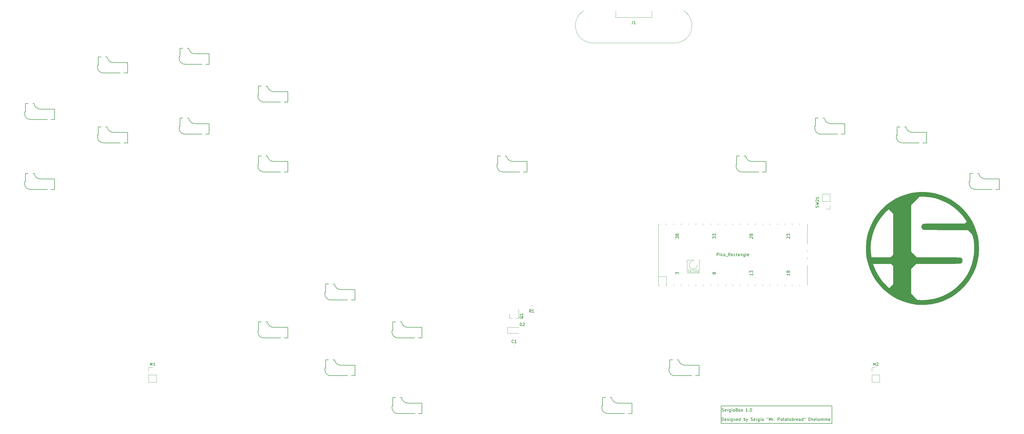
<source format=gbr>
%TF.GenerationSoftware,KiCad,Pcbnew,(6.0.0)*%
%TF.CreationDate,2022-09-18T23:58:15-04:00*%
%TF.ProjectId,SergioPico,53657267-696f-4506-9963-6f2e6b696361,rev?*%
%TF.SameCoordinates,Original*%
%TF.FileFunction,Legend,Top*%
%TF.FilePolarity,Positive*%
%FSLAX46Y46*%
G04 Gerber Fmt 4.6, Leading zero omitted, Abs format (unit mm)*
G04 Created by KiCad (PCBNEW (6.0.0)) date 2022-09-18 23:58:15*
%MOMM*%
%LPD*%
G01*
G04 APERTURE LIST*
%ADD10C,0.150000*%
%ADD11C,0.100000*%
%ADD12C,0.120000*%
G04 APERTURE END LIST*
D10*
X271000000Y-172000000D02*
X309000000Y-172000000D01*
X309000000Y-172000000D02*
X309000000Y-178000000D01*
X309000000Y-178000000D02*
X271000000Y-178000000D01*
X271000000Y-178000000D02*
X271000000Y-172000000D01*
X271287976Y-173794761D02*
X271430833Y-173842380D01*
X271668928Y-173842380D01*
X271764166Y-173794761D01*
X271811785Y-173747142D01*
X271859404Y-173651904D01*
X271859404Y-173556666D01*
X271811785Y-173461428D01*
X271764166Y-173413809D01*
X271668928Y-173366190D01*
X271478452Y-173318571D01*
X271383214Y-173270952D01*
X271335595Y-173223333D01*
X271287976Y-173128095D01*
X271287976Y-173032857D01*
X271335595Y-172937619D01*
X271383214Y-172890000D01*
X271478452Y-172842380D01*
X271716547Y-172842380D01*
X271859404Y-172890000D01*
X272668928Y-173794761D02*
X272573690Y-173842380D01*
X272383214Y-173842380D01*
X272287976Y-173794761D01*
X272240357Y-173699523D01*
X272240357Y-173318571D01*
X272287976Y-173223333D01*
X272383214Y-173175714D01*
X272573690Y-173175714D01*
X272668928Y-173223333D01*
X272716547Y-173318571D01*
X272716547Y-173413809D01*
X272240357Y-173509047D01*
X273145119Y-173842380D02*
X273145119Y-173175714D01*
X273145119Y-173366190D02*
X273192738Y-173270952D01*
X273240357Y-173223333D01*
X273335595Y-173175714D01*
X273430833Y-173175714D01*
X274192738Y-173175714D02*
X274192738Y-173985238D01*
X274145119Y-174080476D01*
X274097500Y-174128095D01*
X274002261Y-174175714D01*
X273859404Y-174175714D01*
X273764166Y-174128095D01*
X274192738Y-173794761D02*
X274097500Y-173842380D01*
X273907023Y-173842380D01*
X273811785Y-173794761D01*
X273764166Y-173747142D01*
X273716547Y-173651904D01*
X273716547Y-173366190D01*
X273764166Y-173270952D01*
X273811785Y-173223333D01*
X273907023Y-173175714D01*
X274097500Y-173175714D01*
X274192738Y-173223333D01*
X274668928Y-173842380D02*
X274668928Y-173175714D01*
X274668928Y-172842380D02*
X274621309Y-172890000D01*
X274668928Y-172937619D01*
X274716547Y-172890000D01*
X274668928Y-172842380D01*
X274668928Y-172937619D01*
X275287976Y-173842380D02*
X275192738Y-173794761D01*
X275145119Y-173747142D01*
X275097500Y-173651904D01*
X275097500Y-173366190D01*
X275145119Y-173270952D01*
X275192738Y-173223333D01*
X275287976Y-173175714D01*
X275430833Y-173175714D01*
X275526071Y-173223333D01*
X275573690Y-173270952D01*
X275621309Y-173366190D01*
X275621309Y-173651904D01*
X275573690Y-173747142D01*
X275526071Y-173794761D01*
X275430833Y-173842380D01*
X275287976Y-173842380D01*
X276383214Y-173318571D02*
X276526071Y-173366190D01*
X276573690Y-173413809D01*
X276621309Y-173509047D01*
X276621309Y-173651904D01*
X276573690Y-173747142D01*
X276526071Y-173794761D01*
X276430833Y-173842380D01*
X276049880Y-173842380D01*
X276049880Y-172842380D01*
X276383214Y-172842380D01*
X276478452Y-172890000D01*
X276526071Y-172937619D01*
X276573690Y-173032857D01*
X276573690Y-173128095D01*
X276526071Y-173223333D01*
X276478452Y-173270952D01*
X276383214Y-173318571D01*
X276049880Y-173318571D01*
X277192738Y-173842380D02*
X277097500Y-173794761D01*
X277049880Y-173747142D01*
X277002261Y-173651904D01*
X277002261Y-173366190D01*
X277049880Y-173270952D01*
X277097500Y-173223333D01*
X277192738Y-173175714D01*
X277335595Y-173175714D01*
X277430833Y-173223333D01*
X277478452Y-173270952D01*
X277526071Y-173366190D01*
X277526071Y-173651904D01*
X277478452Y-173747142D01*
X277430833Y-173794761D01*
X277335595Y-173842380D01*
X277192738Y-173842380D01*
X277859404Y-173842380D02*
X278383214Y-173175714D01*
X277859404Y-173175714D02*
X278383214Y-173842380D01*
X280049880Y-173842380D02*
X279478452Y-173842380D01*
X279764166Y-173842380D02*
X279764166Y-172842380D01*
X279668928Y-172985238D01*
X279573690Y-173080476D01*
X279478452Y-173128095D01*
X280478452Y-173747142D02*
X280526071Y-173794761D01*
X280478452Y-173842380D01*
X280430833Y-173794761D01*
X280478452Y-173747142D01*
X280478452Y-173842380D01*
X281145119Y-172842380D02*
X281240357Y-172842380D01*
X281335595Y-172890000D01*
X281383214Y-172937619D01*
X281430833Y-173032857D01*
X281478452Y-173223333D01*
X281478452Y-173461428D01*
X281430833Y-173651904D01*
X281383214Y-173747142D01*
X281335595Y-173794761D01*
X281240357Y-173842380D01*
X281145119Y-173842380D01*
X281049880Y-173794761D01*
X281002261Y-173747142D01*
X280954642Y-173651904D01*
X280907023Y-173461428D01*
X280907023Y-173223333D01*
X280954642Y-173032857D01*
X281002261Y-172937619D01*
X281049880Y-172890000D01*
X281145119Y-172842380D01*
X271335595Y-177062380D02*
X271335595Y-176062380D01*
X271573690Y-176062380D01*
X271716547Y-176110000D01*
X271811785Y-176205238D01*
X271859404Y-176300476D01*
X271907023Y-176490952D01*
X271907023Y-176633809D01*
X271859404Y-176824285D01*
X271811785Y-176919523D01*
X271716547Y-177014761D01*
X271573690Y-177062380D01*
X271335595Y-177062380D01*
X272716547Y-177014761D02*
X272621309Y-177062380D01*
X272430833Y-177062380D01*
X272335595Y-177014761D01*
X272287976Y-176919523D01*
X272287976Y-176538571D01*
X272335595Y-176443333D01*
X272430833Y-176395714D01*
X272621309Y-176395714D01*
X272716547Y-176443333D01*
X272764166Y-176538571D01*
X272764166Y-176633809D01*
X272287976Y-176729047D01*
X273145119Y-177014761D02*
X273240357Y-177062380D01*
X273430833Y-177062380D01*
X273526071Y-177014761D01*
X273573690Y-176919523D01*
X273573690Y-176871904D01*
X273526071Y-176776666D01*
X273430833Y-176729047D01*
X273287976Y-176729047D01*
X273192738Y-176681428D01*
X273145119Y-176586190D01*
X273145119Y-176538571D01*
X273192738Y-176443333D01*
X273287976Y-176395714D01*
X273430833Y-176395714D01*
X273526071Y-176443333D01*
X274002261Y-177062380D02*
X274002261Y-176395714D01*
X274002261Y-176062380D02*
X273954642Y-176110000D01*
X274002261Y-176157619D01*
X274049880Y-176110000D01*
X274002261Y-176062380D01*
X274002261Y-176157619D01*
X274907023Y-176395714D02*
X274907023Y-177205238D01*
X274859404Y-177300476D01*
X274811785Y-177348095D01*
X274716547Y-177395714D01*
X274573690Y-177395714D01*
X274478452Y-177348095D01*
X274907023Y-177014761D02*
X274811785Y-177062380D01*
X274621309Y-177062380D01*
X274526071Y-177014761D01*
X274478452Y-176967142D01*
X274430833Y-176871904D01*
X274430833Y-176586190D01*
X274478452Y-176490952D01*
X274526071Y-176443333D01*
X274621309Y-176395714D01*
X274811785Y-176395714D01*
X274907023Y-176443333D01*
X275383214Y-176395714D02*
X275383214Y-177062380D01*
X275383214Y-176490952D02*
X275430833Y-176443333D01*
X275526071Y-176395714D01*
X275668928Y-176395714D01*
X275764166Y-176443333D01*
X275811785Y-176538571D01*
X275811785Y-177062380D01*
X276668928Y-177014761D02*
X276573690Y-177062380D01*
X276383214Y-177062380D01*
X276287976Y-177014761D01*
X276240357Y-176919523D01*
X276240357Y-176538571D01*
X276287976Y-176443333D01*
X276383214Y-176395714D01*
X276573690Y-176395714D01*
X276668928Y-176443333D01*
X276716547Y-176538571D01*
X276716547Y-176633809D01*
X276240357Y-176729047D01*
X277573690Y-177062380D02*
X277573690Y-176062380D01*
X277573690Y-177014761D02*
X277478452Y-177062380D01*
X277287976Y-177062380D01*
X277192738Y-177014761D01*
X277145119Y-176967142D01*
X277097500Y-176871904D01*
X277097500Y-176586190D01*
X277145119Y-176490952D01*
X277192738Y-176443333D01*
X277287976Y-176395714D01*
X277478452Y-176395714D01*
X277573690Y-176443333D01*
X278811785Y-177062380D02*
X278811785Y-176062380D01*
X278811785Y-176443333D02*
X278907023Y-176395714D01*
X279097500Y-176395714D01*
X279192738Y-176443333D01*
X279240357Y-176490952D01*
X279287976Y-176586190D01*
X279287976Y-176871904D01*
X279240357Y-176967142D01*
X279192738Y-177014761D01*
X279097500Y-177062380D01*
X278907023Y-177062380D01*
X278811785Y-177014761D01*
X279621309Y-176395714D02*
X279859404Y-177062380D01*
X280097500Y-176395714D02*
X279859404Y-177062380D01*
X279764166Y-177300476D01*
X279716547Y-177348095D01*
X279621309Y-177395714D01*
X281192738Y-177014761D02*
X281335595Y-177062380D01*
X281573690Y-177062380D01*
X281668928Y-177014761D01*
X281716547Y-176967142D01*
X281764166Y-176871904D01*
X281764166Y-176776666D01*
X281716547Y-176681428D01*
X281668928Y-176633809D01*
X281573690Y-176586190D01*
X281383214Y-176538571D01*
X281287976Y-176490952D01*
X281240357Y-176443333D01*
X281192738Y-176348095D01*
X281192738Y-176252857D01*
X281240357Y-176157619D01*
X281287976Y-176110000D01*
X281383214Y-176062380D01*
X281621309Y-176062380D01*
X281764166Y-176110000D01*
X282573690Y-177014761D02*
X282478452Y-177062380D01*
X282287976Y-177062380D01*
X282192738Y-177014761D01*
X282145119Y-176919523D01*
X282145119Y-176538571D01*
X282192738Y-176443333D01*
X282287976Y-176395714D01*
X282478452Y-176395714D01*
X282573690Y-176443333D01*
X282621309Y-176538571D01*
X282621309Y-176633809D01*
X282145119Y-176729047D01*
X283049880Y-177062380D02*
X283049880Y-176395714D01*
X283049880Y-176586190D02*
X283097500Y-176490952D01*
X283145119Y-176443333D01*
X283240357Y-176395714D01*
X283335595Y-176395714D01*
X284097500Y-176395714D02*
X284097500Y-177205238D01*
X284049880Y-177300476D01*
X284002261Y-177348095D01*
X283907023Y-177395714D01*
X283764166Y-177395714D01*
X283668928Y-177348095D01*
X284097500Y-177014761D02*
X284002261Y-177062380D01*
X283811785Y-177062380D01*
X283716547Y-177014761D01*
X283668928Y-176967142D01*
X283621309Y-176871904D01*
X283621309Y-176586190D01*
X283668928Y-176490952D01*
X283716547Y-176443333D01*
X283811785Y-176395714D01*
X284002261Y-176395714D01*
X284097500Y-176443333D01*
X284573690Y-177062380D02*
X284573690Y-176395714D01*
X284573690Y-176062380D02*
X284526071Y-176110000D01*
X284573690Y-176157619D01*
X284621309Y-176110000D01*
X284573690Y-176062380D01*
X284573690Y-176157619D01*
X285192738Y-177062380D02*
X285097500Y-177014761D01*
X285049880Y-176967142D01*
X285002261Y-176871904D01*
X285002261Y-176586190D01*
X285049880Y-176490952D01*
X285097500Y-176443333D01*
X285192738Y-176395714D01*
X285335595Y-176395714D01*
X285430833Y-176443333D01*
X285478452Y-176490952D01*
X285526071Y-176586190D01*
X285526071Y-176871904D01*
X285478452Y-176967142D01*
X285430833Y-177014761D01*
X285335595Y-177062380D01*
X285192738Y-177062380D01*
X286668928Y-176062380D02*
X286668928Y-176252857D01*
X287049880Y-176062380D02*
X287049880Y-176252857D01*
X287478452Y-177062380D02*
X287478452Y-176062380D01*
X287811785Y-176776666D01*
X288145119Y-176062380D01*
X288145119Y-177062380D01*
X288621309Y-177062380D02*
X288621309Y-176395714D01*
X288621309Y-176586190D02*
X288668928Y-176490952D01*
X288716547Y-176443333D01*
X288811785Y-176395714D01*
X288907023Y-176395714D01*
X289240357Y-176967142D02*
X289287976Y-177014761D01*
X289240357Y-177062380D01*
X289192738Y-177014761D01*
X289240357Y-176967142D01*
X289240357Y-177062380D01*
X290478452Y-177062380D02*
X290478452Y-176062380D01*
X290859404Y-176062380D01*
X290954642Y-176110000D01*
X291002261Y-176157619D01*
X291049880Y-176252857D01*
X291049880Y-176395714D01*
X291002261Y-176490952D01*
X290954642Y-176538571D01*
X290859404Y-176586190D01*
X290478452Y-176586190D01*
X291621309Y-177062380D02*
X291526071Y-177014761D01*
X291478452Y-176967142D01*
X291430833Y-176871904D01*
X291430833Y-176586190D01*
X291478452Y-176490952D01*
X291526071Y-176443333D01*
X291621309Y-176395714D01*
X291764166Y-176395714D01*
X291859404Y-176443333D01*
X291907023Y-176490952D01*
X291954642Y-176586190D01*
X291954642Y-176871904D01*
X291907023Y-176967142D01*
X291859404Y-177014761D01*
X291764166Y-177062380D01*
X291621309Y-177062380D01*
X292240357Y-176395714D02*
X292621309Y-176395714D01*
X292383214Y-176062380D02*
X292383214Y-176919523D01*
X292430833Y-177014761D01*
X292526071Y-177062380D01*
X292621309Y-177062380D01*
X293383214Y-177062380D02*
X293383214Y-176538571D01*
X293335595Y-176443333D01*
X293240357Y-176395714D01*
X293049880Y-176395714D01*
X292954642Y-176443333D01*
X293383214Y-177014761D02*
X293287976Y-177062380D01*
X293049880Y-177062380D01*
X292954642Y-177014761D01*
X292907023Y-176919523D01*
X292907023Y-176824285D01*
X292954642Y-176729047D01*
X293049880Y-176681428D01*
X293287976Y-176681428D01*
X293383214Y-176633809D01*
X293716547Y-176395714D02*
X294097500Y-176395714D01*
X293859404Y-176062380D02*
X293859404Y-176919523D01*
X293907023Y-177014761D01*
X294002261Y-177062380D01*
X294097500Y-177062380D01*
X294573690Y-177062380D02*
X294478452Y-177014761D01*
X294430833Y-176967142D01*
X294383214Y-176871904D01*
X294383214Y-176586190D01*
X294430833Y-176490952D01*
X294478452Y-176443333D01*
X294573690Y-176395714D01*
X294716547Y-176395714D01*
X294811785Y-176443333D01*
X294859404Y-176490952D01*
X294907023Y-176586190D01*
X294907023Y-176871904D01*
X294859404Y-176967142D01*
X294811785Y-177014761D01*
X294716547Y-177062380D01*
X294573690Y-177062380D01*
X295335595Y-177062380D02*
X295335595Y-176062380D01*
X295335595Y-176443333D02*
X295430833Y-176395714D01*
X295621309Y-176395714D01*
X295716547Y-176443333D01*
X295764166Y-176490952D01*
X295811785Y-176586190D01*
X295811785Y-176871904D01*
X295764166Y-176967142D01*
X295716547Y-177014761D01*
X295621309Y-177062380D01*
X295430833Y-177062380D01*
X295335595Y-177014761D01*
X296240357Y-177062380D02*
X296240357Y-176395714D01*
X296240357Y-176586190D02*
X296287976Y-176490952D01*
X296335595Y-176443333D01*
X296430833Y-176395714D01*
X296526071Y-176395714D01*
X297240357Y-177014761D02*
X297145119Y-177062380D01*
X296954642Y-177062380D01*
X296859404Y-177014761D01*
X296811785Y-176919523D01*
X296811785Y-176538571D01*
X296859404Y-176443333D01*
X296954642Y-176395714D01*
X297145119Y-176395714D01*
X297240357Y-176443333D01*
X297287976Y-176538571D01*
X297287976Y-176633809D01*
X296811785Y-176729047D01*
X298145119Y-177062380D02*
X298145119Y-176538571D01*
X298097500Y-176443333D01*
X298002261Y-176395714D01*
X297811785Y-176395714D01*
X297716547Y-176443333D01*
X298145119Y-177014761D02*
X298049880Y-177062380D01*
X297811785Y-177062380D01*
X297716547Y-177014761D01*
X297668928Y-176919523D01*
X297668928Y-176824285D01*
X297716547Y-176729047D01*
X297811785Y-176681428D01*
X298049880Y-176681428D01*
X298145119Y-176633809D01*
X299049880Y-177062380D02*
X299049880Y-176062380D01*
X299049880Y-177014761D02*
X298954642Y-177062380D01*
X298764166Y-177062380D01*
X298668928Y-177014761D01*
X298621309Y-176967142D01*
X298573690Y-176871904D01*
X298573690Y-176586190D01*
X298621309Y-176490952D01*
X298668928Y-176443333D01*
X298764166Y-176395714D01*
X298954642Y-176395714D01*
X299049880Y-176443333D01*
X299478452Y-176062380D02*
X299478452Y-176252857D01*
X299859404Y-176062380D02*
X299859404Y-176252857D01*
X301049880Y-177062380D02*
X301049880Y-176062380D01*
X301287976Y-176062380D01*
X301430833Y-176110000D01*
X301526071Y-176205238D01*
X301573690Y-176300476D01*
X301621309Y-176490952D01*
X301621309Y-176633809D01*
X301573690Y-176824285D01*
X301526071Y-176919523D01*
X301430833Y-177014761D01*
X301287976Y-177062380D01*
X301049880Y-177062380D01*
X302049880Y-177062380D02*
X302049880Y-176062380D01*
X302478452Y-177062380D02*
X302478452Y-176538571D01*
X302430833Y-176443333D01*
X302335595Y-176395714D01*
X302192738Y-176395714D01*
X302097500Y-176443333D01*
X302049880Y-176490952D01*
X303335595Y-177014761D02*
X303240357Y-177062380D01*
X303049880Y-177062380D01*
X302954642Y-177014761D01*
X302907023Y-176919523D01*
X302907023Y-176538571D01*
X302954642Y-176443333D01*
X303049880Y-176395714D01*
X303240357Y-176395714D01*
X303335595Y-176443333D01*
X303383214Y-176538571D01*
X303383214Y-176633809D01*
X302907023Y-176729047D01*
X303954642Y-177062380D02*
X303859404Y-177014761D01*
X303811785Y-176919523D01*
X303811785Y-176062380D01*
X304478452Y-177062380D02*
X304383214Y-177014761D01*
X304335595Y-176967142D01*
X304287976Y-176871904D01*
X304287976Y-176586190D01*
X304335595Y-176490952D01*
X304383214Y-176443333D01*
X304478452Y-176395714D01*
X304621309Y-176395714D01*
X304716547Y-176443333D01*
X304764166Y-176490952D01*
X304811785Y-176586190D01*
X304811785Y-176871904D01*
X304764166Y-176967142D01*
X304716547Y-177014761D01*
X304621309Y-177062380D01*
X304478452Y-177062380D01*
X305240357Y-177062380D02*
X305240357Y-176395714D01*
X305240357Y-176490952D02*
X305287976Y-176443333D01*
X305383214Y-176395714D01*
X305526071Y-176395714D01*
X305621309Y-176443333D01*
X305668928Y-176538571D01*
X305668928Y-177062380D01*
X305668928Y-176538571D02*
X305716547Y-176443333D01*
X305811785Y-176395714D01*
X305954642Y-176395714D01*
X306049880Y-176443333D01*
X306097500Y-176538571D01*
X306097500Y-177062380D01*
X306573690Y-177062380D02*
X306573690Y-176395714D01*
X306573690Y-176490952D02*
X306621309Y-176443333D01*
X306716547Y-176395714D01*
X306859404Y-176395714D01*
X306954642Y-176443333D01*
X307002261Y-176538571D01*
X307002261Y-177062380D01*
X307002261Y-176538571D02*
X307049880Y-176443333D01*
X307145119Y-176395714D01*
X307287976Y-176395714D01*
X307383214Y-176443333D01*
X307430833Y-176538571D01*
X307430833Y-177062380D01*
X308287976Y-177014761D02*
X308192738Y-177062380D01*
X308002261Y-177062380D01*
X307907023Y-177014761D01*
X307859404Y-176919523D01*
X307859404Y-176538571D01*
X307907023Y-176443333D01*
X308002261Y-176395714D01*
X308192738Y-176395714D01*
X308287976Y-176443333D01*
X308335595Y-176538571D01*
X308335595Y-176633809D01*
X307859404Y-176729047D01*
%TO.C,C1*%
X199833333Y-150197142D02*
X199785714Y-150244761D01*
X199642857Y-150292380D01*
X199547619Y-150292380D01*
X199404761Y-150244761D01*
X199309523Y-150149523D01*
X199261904Y-150054285D01*
X199214285Y-149863809D01*
X199214285Y-149720952D01*
X199261904Y-149530476D01*
X199309523Y-149435238D01*
X199404761Y-149340000D01*
X199547619Y-149292380D01*
X199642857Y-149292380D01*
X199785714Y-149340000D01*
X199833333Y-149387619D01*
X200785714Y-150292380D02*
X200214285Y-150292380D01*
X200500000Y-150292380D02*
X200500000Y-149292380D01*
X200404761Y-149435238D01*
X200309523Y-149530476D01*
X200214285Y-149578095D01*
%TO.C,M2*%
X323190476Y-158122380D02*
X323190476Y-157122380D01*
X323523809Y-157836666D01*
X323857142Y-157122380D01*
X323857142Y-158122380D01*
X324285714Y-157217619D02*
X324333333Y-157170000D01*
X324428571Y-157122380D01*
X324666666Y-157122380D01*
X324761904Y-157170000D01*
X324809523Y-157217619D01*
X324857142Y-157312857D01*
X324857142Y-157408095D01*
X324809523Y-157550952D01*
X324238095Y-158122380D01*
X324857142Y-158122380D01*
%TO.C,U1*%
X269547619Y-120452380D02*
X269547619Y-119452380D01*
X269928571Y-119452380D01*
X270023809Y-119500000D01*
X270071428Y-119547619D01*
X270119047Y-119642857D01*
X270119047Y-119785714D01*
X270071428Y-119880952D01*
X270023809Y-119928571D01*
X269928571Y-119976190D01*
X269547619Y-119976190D01*
X270547619Y-120452380D02*
X270547619Y-119785714D01*
X270547619Y-119452380D02*
X270500000Y-119500000D01*
X270547619Y-119547619D01*
X270595238Y-119500000D01*
X270547619Y-119452380D01*
X270547619Y-119547619D01*
X271452380Y-120404761D02*
X271357142Y-120452380D01*
X271166666Y-120452380D01*
X271071428Y-120404761D01*
X271023809Y-120357142D01*
X270976190Y-120261904D01*
X270976190Y-119976190D01*
X271023809Y-119880952D01*
X271071428Y-119833333D01*
X271166666Y-119785714D01*
X271357142Y-119785714D01*
X271452380Y-119833333D01*
X272023809Y-120452380D02*
X271928571Y-120404761D01*
X271880952Y-120357142D01*
X271833333Y-120261904D01*
X271833333Y-119976190D01*
X271880952Y-119880952D01*
X271928571Y-119833333D01*
X272023809Y-119785714D01*
X272166666Y-119785714D01*
X272261904Y-119833333D01*
X272309523Y-119880952D01*
X272357142Y-119976190D01*
X272357142Y-120261904D01*
X272309523Y-120357142D01*
X272261904Y-120404761D01*
X272166666Y-120452380D01*
X272023809Y-120452380D01*
X272547619Y-120547619D02*
X273309523Y-120547619D01*
X274119047Y-120452380D02*
X273785714Y-119976190D01*
X273547619Y-120452380D02*
X273547619Y-119452380D01*
X273928571Y-119452380D01*
X274023809Y-119500000D01*
X274071428Y-119547619D01*
X274119047Y-119642857D01*
X274119047Y-119785714D01*
X274071428Y-119880952D01*
X274023809Y-119928571D01*
X273928571Y-119976190D01*
X273547619Y-119976190D01*
X274928571Y-120404761D02*
X274833333Y-120452380D01*
X274642857Y-120452380D01*
X274547619Y-120404761D01*
X274500000Y-120309523D01*
X274500000Y-119928571D01*
X274547619Y-119833333D01*
X274642857Y-119785714D01*
X274833333Y-119785714D01*
X274928571Y-119833333D01*
X274976190Y-119928571D01*
X274976190Y-120023809D01*
X274500000Y-120119047D01*
X275833333Y-120404761D02*
X275738095Y-120452380D01*
X275547619Y-120452380D01*
X275452380Y-120404761D01*
X275404761Y-120357142D01*
X275357142Y-120261904D01*
X275357142Y-119976190D01*
X275404761Y-119880952D01*
X275452380Y-119833333D01*
X275547619Y-119785714D01*
X275738095Y-119785714D01*
X275833333Y-119833333D01*
X276119047Y-119785714D02*
X276500000Y-119785714D01*
X276261904Y-119452380D02*
X276261904Y-120309523D01*
X276309523Y-120404761D01*
X276404761Y-120452380D01*
X276500000Y-120452380D01*
X277261904Y-120452380D02*
X277261904Y-119928571D01*
X277214285Y-119833333D01*
X277119047Y-119785714D01*
X276928571Y-119785714D01*
X276833333Y-119833333D01*
X277261904Y-120404761D02*
X277166666Y-120452380D01*
X276928571Y-120452380D01*
X276833333Y-120404761D01*
X276785714Y-120309523D01*
X276785714Y-120214285D01*
X276833333Y-120119047D01*
X276928571Y-120071428D01*
X277166666Y-120071428D01*
X277261904Y-120023809D01*
X277738095Y-119785714D02*
X277738095Y-120452380D01*
X277738095Y-119880952D02*
X277785714Y-119833333D01*
X277880952Y-119785714D01*
X278023809Y-119785714D01*
X278119047Y-119833333D01*
X278166666Y-119928571D01*
X278166666Y-120452380D01*
X279071428Y-119785714D02*
X279071428Y-120595238D01*
X279023809Y-120690476D01*
X278976190Y-120738095D01*
X278880952Y-120785714D01*
X278738095Y-120785714D01*
X278642857Y-120738095D01*
X279071428Y-120404761D02*
X278976190Y-120452380D01*
X278785714Y-120452380D01*
X278690476Y-120404761D01*
X278642857Y-120357142D01*
X278595238Y-120261904D01*
X278595238Y-119976190D01*
X278642857Y-119880952D01*
X278690476Y-119833333D01*
X278785714Y-119785714D01*
X278976190Y-119785714D01*
X279071428Y-119833333D01*
X279690476Y-120452380D02*
X279595238Y-120404761D01*
X279547619Y-120309523D01*
X279547619Y-119452380D01*
X280452380Y-120404761D02*
X280357142Y-120452380D01*
X280166666Y-120452380D01*
X280071428Y-120404761D01*
X280023809Y-120309523D01*
X280023809Y-119928571D01*
X280071428Y-119833333D01*
X280166666Y-119785714D01*
X280357142Y-119785714D01*
X280452380Y-119833333D01*
X280500000Y-119928571D01*
X280500000Y-120023809D01*
X280023809Y-120119047D01*
X268102380Y-114459523D02*
X268102380Y-113840476D01*
X268483333Y-114173809D01*
X268483333Y-114030952D01*
X268530952Y-113935714D01*
X268578571Y-113888095D01*
X268673809Y-113840476D01*
X268911904Y-113840476D01*
X269007142Y-113888095D01*
X269054761Y-113935714D01*
X269102380Y-114030952D01*
X269102380Y-114316666D01*
X269054761Y-114411904D01*
X269007142Y-114459523D01*
X268102380Y-113507142D02*
X268102380Y-112888095D01*
X268483333Y-113221428D01*
X268483333Y-113078571D01*
X268530952Y-112983333D01*
X268578571Y-112935714D01*
X268673809Y-112888095D01*
X268911904Y-112888095D01*
X269007142Y-112935714D01*
X269054761Y-112983333D01*
X269102380Y-113078571D01*
X269102380Y-113364285D01*
X269054761Y-113459523D01*
X269007142Y-113507142D01*
X281802380Y-126540476D02*
X281802380Y-127111904D01*
X281802380Y-126826190D02*
X280802380Y-126826190D01*
X280945238Y-126921428D01*
X281040476Y-127016666D01*
X281088095Y-127111904D01*
X280802380Y-126207142D02*
X280802380Y-125588095D01*
X281183333Y-125921428D01*
X281183333Y-125778571D01*
X281230952Y-125683333D01*
X281278571Y-125635714D01*
X281373809Y-125588095D01*
X281611904Y-125588095D01*
X281707142Y-125635714D01*
X281754761Y-125683333D01*
X281802380Y-125778571D01*
X281802380Y-126064285D01*
X281754761Y-126159523D01*
X281707142Y-126207142D01*
X294502380Y-126540476D02*
X294502380Y-127111904D01*
X294502380Y-126826190D02*
X293502380Y-126826190D01*
X293645238Y-126921428D01*
X293740476Y-127016666D01*
X293788095Y-127111904D01*
X293930952Y-125969047D02*
X293883333Y-126064285D01*
X293835714Y-126111904D01*
X293740476Y-126159523D01*
X293692857Y-126159523D01*
X293597619Y-126111904D01*
X293550000Y-126064285D01*
X293502380Y-125969047D01*
X293502380Y-125778571D01*
X293550000Y-125683333D01*
X293597619Y-125635714D01*
X293692857Y-125588095D01*
X293740476Y-125588095D01*
X293835714Y-125635714D01*
X293883333Y-125683333D01*
X293930952Y-125778571D01*
X293930952Y-125969047D01*
X293978571Y-126064285D01*
X294026190Y-126111904D01*
X294121428Y-126159523D01*
X294311904Y-126159523D01*
X294407142Y-126111904D01*
X294454761Y-126064285D01*
X294502380Y-125969047D01*
X294502380Y-125778571D01*
X294454761Y-125683333D01*
X294407142Y-125635714D01*
X294311904Y-125588095D01*
X294121428Y-125588095D01*
X294026190Y-125635714D01*
X293978571Y-125683333D01*
X293930952Y-125778571D01*
X255402380Y-126683333D02*
X255402380Y-126064285D01*
X255783333Y-126397619D01*
X255783333Y-126254761D01*
X255830952Y-126159523D01*
X255878571Y-126111904D01*
X255973809Y-126064285D01*
X256211904Y-126064285D01*
X256307142Y-126111904D01*
X256354761Y-126159523D01*
X256402380Y-126254761D01*
X256402380Y-126540476D01*
X256354761Y-126635714D01*
X256307142Y-126683333D01*
X268530952Y-126445238D02*
X268483333Y-126540476D01*
X268435714Y-126588095D01*
X268340476Y-126635714D01*
X268292857Y-126635714D01*
X268197619Y-126588095D01*
X268150000Y-126540476D01*
X268102380Y-126445238D01*
X268102380Y-126254761D01*
X268150000Y-126159523D01*
X268197619Y-126111904D01*
X268292857Y-126064285D01*
X268340476Y-126064285D01*
X268435714Y-126111904D01*
X268483333Y-126159523D01*
X268530952Y-126254761D01*
X268530952Y-126445238D01*
X268578571Y-126540476D01*
X268626190Y-126588095D01*
X268721428Y-126635714D01*
X268911904Y-126635714D01*
X269007142Y-126588095D01*
X269054761Y-126540476D01*
X269102380Y-126445238D01*
X269102380Y-126254761D01*
X269054761Y-126159523D01*
X269007142Y-126111904D01*
X268911904Y-126064285D01*
X268721428Y-126064285D01*
X268626190Y-126111904D01*
X268578571Y-126159523D01*
X268530952Y-126254761D01*
X255402380Y-114459523D02*
X255402380Y-113840476D01*
X255783333Y-114173809D01*
X255783333Y-114030952D01*
X255830952Y-113935714D01*
X255878571Y-113888095D01*
X255973809Y-113840476D01*
X256211904Y-113840476D01*
X256307142Y-113888095D01*
X256354761Y-113935714D01*
X256402380Y-114030952D01*
X256402380Y-114316666D01*
X256354761Y-114411904D01*
X256307142Y-114459523D01*
X255830952Y-113269047D02*
X255783333Y-113364285D01*
X255735714Y-113411904D01*
X255640476Y-113459523D01*
X255592857Y-113459523D01*
X255497619Y-113411904D01*
X255450000Y-113364285D01*
X255402380Y-113269047D01*
X255402380Y-113078571D01*
X255450000Y-112983333D01*
X255497619Y-112935714D01*
X255592857Y-112888095D01*
X255640476Y-112888095D01*
X255735714Y-112935714D01*
X255783333Y-112983333D01*
X255830952Y-113078571D01*
X255830952Y-113269047D01*
X255878571Y-113364285D01*
X255926190Y-113411904D01*
X256021428Y-113459523D01*
X256211904Y-113459523D01*
X256307142Y-113411904D01*
X256354761Y-113364285D01*
X256402380Y-113269047D01*
X256402380Y-113078571D01*
X256354761Y-112983333D01*
X256307142Y-112935714D01*
X256211904Y-112888095D01*
X256021428Y-112888095D01*
X255926190Y-112935714D01*
X255878571Y-112983333D01*
X255830952Y-113078571D01*
X280897619Y-114411904D02*
X280850000Y-114364285D01*
X280802380Y-114269047D01*
X280802380Y-114030952D01*
X280850000Y-113935714D01*
X280897619Y-113888095D01*
X280992857Y-113840476D01*
X281088095Y-113840476D01*
X281230952Y-113888095D01*
X281802380Y-114459523D01*
X281802380Y-113840476D01*
X281230952Y-113269047D02*
X281183333Y-113364285D01*
X281135714Y-113411904D01*
X281040476Y-113459523D01*
X280992857Y-113459523D01*
X280897619Y-113411904D01*
X280850000Y-113364285D01*
X280802380Y-113269047D01*
X280802380Y-113078571D01*
X280850000Y-112983333D01*
X280897619Y-112935714D01*
X280992857Y-112888095D01*
X281040476Y-112888095D01*
X281135714Y-112935714D01*
X281183333Y-112983333D01*
X281230952Y-113078571D01*
X281230952Y-113269047D01*
X281278571Y-113364285D01*
X281326190Y-113411904D01*
X281421428Y-113459523D01*
X281611904Y-113459523D01*
X281707142Y-113411904D01*
X281754761Y-113364285D01*
X281802380Y-113269047D01*
X281802380Y-113078571D01*
X281754761Y-112983333D01*
X281707142Y-112935714D01*
X281611904Y-112888095D01*
X281421428Y-112888095D01*
X281326190Y-112935714D01*
X281278571Y-112983333D01*
X281230952Y-113078571D01*
D11*
X263133333Y-126000000D02*
X263033333Y-125966666D01*
X263000000Y-125933333D01*
X262966666Y-125866666D01*
X262966666Y-125766666D01*
X263000000Y-125700000D01*
X263033333Y-125666666D01*
X263100000Y-125633333D01*
X263366666Y-125633333D01*
X263366666Y-126333333D01*
X263133333Y-126333333D01*
X263066666Y-126300000D01*
X263033333Y-126266666D01*
X263000000Y-126200000D01*
X263000000Y-126133333D01*
X263033333Y-126066666D01*
X263066666Y-126033333D01*
X263133333Y-126000000D01*
X263366666Y-126000000D01*
X262533333Y-126333333D02*
X262400000Y-126333333D01*
X262333333Y-126300000D01*
X262266666Y-126233333D01*
X262233333Y-126100000D01*
X262233333Y-125866666D01*
X262266666Y-125733333D01*
X262333333Y-125666666D01*
X262400000Y-125633333D01*
X262533333Y-125633333D01*
X262600000Y-125666666D01*
X262666666Y-125733333D01*
X262700000Y-125866666D01*
X262700000Y-126100000D01*
X262666666Y-126233333D01*
X262600000Y-126300000D01*
X262533333Y-126333333D01*
X261800000Y-126333333D02*
X261666666Y-126333333D01*
X261600000Y-126300000D01*
X261533333Y-126233333D01*
X261500000Y-126100000D01*
X261500000Y-125866666D01*
X261533333Y-125733333D01*
X261600000Y-125666666D01*
X261666666Y-125633333D01*
X261800000Y-125633333D01*
X261866666Y-125666666D01*
X261933333Y-125733333D01*
X261966666Y-125866666D01*
X261966666Y-126100000D01*
X261933333Y-126233333D01*
X261866666Y-126300000D01*
X261800000Y-126333333D01*
X261300000Y-126333333D02*
X260900000Y-126333333D01*
X261100000Y-125633333D02*
X261100000Y-126333333D01*
X260700000Y-125666666D02*
X260600000Y-125633333D01*
X260433333Y-125633333D01*
X260366666Y-125666666D01*
X260333333Y-125700000D01*
X260300000Y-125766666D01*
X260300000Y-125833333D01*
X260333333Y-125900000D01*
X260366666Y-125933333D01*
X260433333Y-125966666D01*
X260566666Y-126000000D01*
X260633333Y-126033333D01*
X260666666Y-126066666D01*
X260700000Y-126133333D01*
X260700000Y-126200000D01*
X260666666Y-126266666D01*
X260633333Y-126300000D01*
X260566666Y-126333333D01*
X260400000Y-126333333D01*
X260300000Y-126300000D01*
X260000000Y-126000000D02*
X259766666Y-126000000D01*
X259666666Y-125633333D02*
X260000000Y-125633333D01*
X260000000Y-126333333D01*
X259666666Y-126333333D01*
X259033333Y-125633333D02*
X259366666Y-125633333D01*
X259366666Y-126333333D01*
D10*
X293597619Y-114411904D02*
X293550000Y-114364285D01*
X293502380Y-114269047D01*
X293502380Y-114030952D01*
X293550000Y-113935714D01*
X293597619Y-113888095D01*
X293692857Y-113840476D01*
X293788095Y-113840476D01*
X293930952Y-113888095D01*
X294502380Y-114459523D01*
X294502380Y-113840476D01*
X293502380Y-113507142D02*
X293502380Y-112888095D01*
X293883333Y-113221428D01*
X293883333Y-113078571D01*
X293930952Y-112983333D01*
X293978571Y-112935714D01*
X294073809Y-112888095D01*
X294311904Y-112888095D01*
X294407142Y-112935714D01*
X294454761Y-112983333D01*
X294502380Y-113078571D01*
X294502380Y-113364285D01*
X294454761Y-113459523D01*
X294407142Y-113507142D01*
%TO.C,D2*%
X202023917Y-144453317D02*
X202023917Y-143453317D01*
X202262013Y-143453317D01*
X202404870Y-143500937D01*
X202500108Y-143596175D01*
X202547727Y-143691413D01*
X202595346Y-143881889D01*
X202595346Y-144024746D01*
X202547727Y-144215222D01*
X202500108Y-144310460D01*
X202404870Y-144405698D01*
X202262013Y-144453317D01*
X202023917Y-144453317D01*
X202976298Y-143548556D02*
X203023917Y-143500937D01*
X203119155Y-143453317D01*
X203357251Y-143453317D01*
X203452489Y-143500937D01*
X203500108Y-143548556D01*
X203547727Y-143643794D01*
X203547727Y-143739032D01*
X203500108Y-143881889D01*
X202928679Y-144453317D01*
X203547727Y-144453317D01*
%TO.C,R1*%
X205833333Y-139882380D02*
X205500000Y-139406190D01*
X205261904Y-139882380D02*
X205261904Y-138882380D01*
X205642857Y-138882380D01*
X205738095Y-138930000D01*
X205785714Y-138977619D01*
X205833333Y-139072857D01*
X205833333Y-139215714D01*
X205785714Y-139310952D01*
X205738095Y-139358571D01*
X205642857Y-139406190D01*
X205261904Y-139406190D01*
X206785714Y-139882380D02*
X206214285Y-139882380D01*
X206500000Y-139882380D02*
X206500000Y-138882380D01*
X206404761Y-139025238D01*
X206309523Y-139120476D01*
X206214285Y-139168095D01*
%TO.C,J1*%
X240666666Y-39752380D02*
X240666666Y-40466666D01*
X240619047Y-40609523D01*
X240523809Y-40704761D01*
X240380952Y-40752380D01*
X240285714Y-40752380D01*
X241666666Y-40752380D02*
X241095238Y-40752380D01*
X241380952Y-40752380D02*
X241380952Y-39752380D01*
X241285714Y-39895238D01*
X241190476Y-39990476D01*
X241095238Y-40038095D01*
%TO.C,Q1*%
X203047619Y-141157738D02*
X203000000Y-141252976D01*
X202904761Y-141348214D01*
X202761904Y-141491071D01*
X202714285Y-141586309D01*
X202714285Y-141681547D01*
X202952380Y-141633928D02*
X202904761Y-141729166D01*
X202809523Y-141824404D01*
X202619047Y-141872023D01*
X202285714Y-141872023D01*
X202095238Y-141824404D01*
X202000000Y-141729166D01*
X201952380Y-141633928D01*
X201952380Y-141443452D01*
X202000000Y-141348214D01*
X202095238Y-141252976D01*
X202285714Y-141205357D01*
X202619047Y-141205357D01*
X202809523Y-141252976D01*
X202904761Y-141348214D01*
X202952380Y-141443452D01*
X202952380Y-141633928D01*
X202952380Y-140252976D02*
X202952380Y-140824404D01*
X202952380Y-140538690D02*
X201952380Y-140538690D01*
X202095238Y-140633928D01*
X202190476Y-140729166D01*
X202238095Y-140824404D01*
%TO.C,M1*%
X75190476Y-158122380D02*
X75190476Y-157122380D01*
X75523809Y-157836666D01*
X75857142Y-157122380D01*
X75857142Y-158122380D01*
X76857142Y-158122380D02*
X76285714Y-158122380D01*
X76571428Y-158122380D02*
X76571428Y-157122380D01*
X76476190Y-157265238D01*
X76380952Y-157360476D01*
X76285714Y-157408095D01*
%TO.C,SW21*%
X304404761Y-103809523D02*
X304452380Y-103666666D01*
X304452380Y-103428571D01*
X304404761Y-103333333D01*
X304357142Y-103285714D01*
X304261904Y-103238095D01*
X304166666Y-103238095D01*
X304071428Y-103285714D01*
X304023809Y-103333333D01*
X303976190Y-103428571D01*
X303928571Y-103619047D01*
X303880952Y-103714285D01*
X303833333Y-103761904D01*
X303738095Y-103809523D01*
X303642857Y-103809523D01*
X303547619Y-103761904D01*
X303500000Y-103714285D01*
X303452380Y-103619047D01*
X303452380Y-103380952D01*
X303500000Y-103238095D01*
X303452380Y-102904761D02*
X304452380Y-102666666D01*
X303738095Y-102476190D01*
X304452380Y-102285714D01*
X303452380Y-102047619D01*
X303547619Y-101714285D02*
X303500000Y-101666666D01*
X303452380Y-101571428D01*
X303452380Y-101333333D01*
X303500000Y-101238095D01*
X303547619Y-101190476D01*
X303642857Y-101142857D01*
X303738095Y-101142857D01*
X303880952Y-101190476D01*
X304452380Y-101761904D01*
X304452380Y-101142857D01*
X304452380Y-100190476D02*
X304452380Y-100761904D01*
X304452380Y-100476190D02*
X303452380Y-100476190D01*
X303595238Y-100571428D01*
X303690476Y-100666666D01*
X303738095Y-100761904D01*
D12*
%TO.C,C1*%
X199884165Y-150640000D02*
X200115835Y-150640000D01*
X199884165Y-151360000D02*
X200115835Y-151360000D01*
%TO.C,M2*%
X322670000Y-158670000D02*
X324000000Y-158670000D01*
X325330000Y-161270000D02*
X325330000Y-163870000D01*
X322670000Y-161270000D02*
X322670000Y-163870000D01*
X322670000Y-161270000D02*
X325330000Y-161270000D01*
X322670000Y-163870000D02*
X325330000Y-163870000D01*
X322670000Y-160000000D02*
X322670000Y-158670000D01*
%TO.C,U1*%
X287510000Y-109510000D02*
X287910000Y-109510000D01*
X290110000Y-109510000D02*
X290510000Y-109510000D01*
X257010000Y-130510000D02*
X257410000Y-130510000D01*
X300510000Y-109510000D02*
X300510000Y-116310000D01*
X254510000Y-130510000D02*
X254910000Y-130510000D01*
X267210000Y-109510000D02*
X267610000Y-109510000D01*
X263500000Y-125250000D02*
X263500000Y-121850000D01*
X300510000Y-121510000D02*
X300510000Y-121110000D01*
X272310000Y-109510000D02*
X272710000Y-109510000D01*
X292610000Y-130510000D02*
X293010000Y-130510000D01*
X263500000Y-121850000D02*
X263250000Y-121850000D01*
X282410000Y-130510000D02*
X282810000Y-130510000D01*
X259250000Y-121850000D02*
X259250000Y-125250000D01*
X269710000Y-109510000D02*
X270110000Y-109510000D01*
X264610000Y-130510000D02*
X265010000Y-130510000D01*
X285010000Y-109510000D02*
X285410000Y-109510000D01*
X259250000Y-125250000D02*
X263500000Y-125250000D01*
X252177000Y-127503000D02*
X249510000Y-127503000D01*
X249510000Y-109510000D02*
X249810000Y-109510000D01*
X285010000Y-130510000D02*
X285410000Y-130510000D01*
X300510000Y-118910000D02*
X300510000Y-118510000D01*
X277310000Y-130510000D02*
X277710000Y-130510000D01*
X249510000Y-130510000D02*
X249510000Y-109510000D01*
X251910000Y-109510000D02*
X252310000Y-109510000D01*
X259250000Y-121850000D02*
X261650000Y-121850000D01*
X262110000Y-109510000D02*
X262510000Y-109510000D01*
X257010000Y-109510000D02*
X257410000Y-109510000D01*
X267210000Y-130510000D02*
X267610000Y-130510000D01*
X279910000Y-130510000D02*
X280310000Y-130510000D01*
X264610000Y-109510000D02*
X265010000Y-109510000D01*
X300510000Y-123710000D02*
X300510000Y-130510000D01*
X297710000Y-109510000D02*
X298110000Y-109510000D01*
X259610000Y-130510000D02*
X260010000Y-130510000D01*
X274810000Y-130510000D02*
X275210000Y-130510000D01*
X297710000Y-130510000D02*
X298110000Y-130510000D01*
X287510000Y-130510000D02*
X287910000Y-130510000D01*
X290110000Y-130510000D02*
X290510000Y-130510000D01*
X269710000Y-130510000D02*
X270110000Y-130510000D01*
X252177000Y-130510000D02*
X252177000Y-127503000D01*
X295110000Y-109510000D02*
X295510000Y-109510000D01*
X274810000Y-109510000D02*
X275210000Y-109510000D01*
X295110000Y-130510000D02*
X295510000Y-130510000D01*
X259610000Y-109510000D02*
X260010000Y-109510000D01*
X279910000Y-109510000D02*
X280310000Y-109510000D01*
X277310000Y-109510000D02*
X277710000Y-109510000D01*
X262110000Y-130510000D02*
X262510000Y-130510000D01*
X254510000Y-109510000D02*
X254910000Y-109510000D01*
X282410000Y-109510000D02*
X282810000Y-109510000D01*
X251910000Y-130510000D02*
X252310000Y-130510000D01*
X292610000Y-109510000D02*
X293010000Y-109510000D01*
X249510000Y-130510000D02*
X249810000Y-130510000D01*
X272310000Y-130510000D02*
X272710000Y-130510000D01*
X261450000Y-122150000D02*
G75*
G03*
X262850000Y-123550000I0J-1400000D01*
G01*
%TO.C,D2*%
X197750000Y-145000000D02*
X197750000Y-147000000D01*
X197750000Y-147000000D02*
X201650000Y-147000000D01*
X197750000Y-145000000D02*
X201650000Y-145000000D01*
%TO.C,R1*%
X206254724Y-137477500D02*
X205745276Y-137477500D01*
X206254724Y-138522500D02*
X205745276Y-138522500D01*
%TO.C,J1*%
X247200000Y-38500000D02*
X247200000Y-36300000D01*
D11*
X227000000Y-47300000D02*
X255000000Y-47300000D01*
D12*
X234800000Y-38500000D02*
X247200000Y-38500000D01*
X234800000Y-36300000D02*
X234800000Y-38500000D01*
X255000000Y-47300001D02*
G75*
G03*
X258086975Y-36155042I-1902J6000528D01*
G01*
X223913025Y-36155043D02*
G75*
G03*
X227000000Y-47300000I3086975J-5144957D01*
G01*
%TO.C,G\u002A\u002A\u002A*%
G36*
X326899958Y-132149659D02*
G01*
X325983035Y-131247619D01*
X324797833Y-129889809D01*
X323758147Y-128451085D01*
X322863309Y-126930098D01*
X322112649Y-125325497D01*
X321505500Y-123635930D01*
X321395547Y-123215382D01*
X323122368Y-123215382D01*
X323148358Y-123304508D01*
X323217957Y-123513697D01*
X323318610Y-123805627D01*
X323374192Y-123963972D01*
X323971718Y-125416584D01*
X324729644Y-126847299D01*
X325641576Y-128244395D01*
X325905282Y-128603570D01*
X326109651Y-128859486D01*
X326381298Y-129176636D01*
X326700597Y-129534464D01*
X327047923Y-129912417D01*
X327403653Y-130289939D01*
X327748161Y-130646476D01*
X328061823Y-130961473D01*
X328325014Y-131214375D01*
X328518109Y-131384628D01*
X328621483Y-131451676D01*
X328624810Y-131451974D01*
X328706654Y-131395515D01*
X328877232Y-131242525D01*
X329110139Y-131017582D01*
X329332550Y-130793148D01*
X329973684Y-130134322D01*
X329973684Y-123928503D01*
X329628832Y-123554383D01*
X329283981Y-123180263D01*
X326203175Y-123180263D01*
X325504321Y-123181181D01*
X324861023Y-123183793D01*
X324291703Y-123187890D01*
X323814781Y-123193262D01*
X323448680Y-123199699D01*
X323211820Y-123206991D01*
X323122624Y-123214928D01*
X323122368Y-123215382D01*
X321395547Y-123215382D01*
X321041193Y-121860046D01*
X320852660Y-120882566D01*
X320788067Y-120474978D01*
X320739972Y-120092251D01*
X320706141Y-119698050D01*
X320684340Y-119256039D01*
X320672334Y-118729881D01*
X320668189Y-118126928D01*
X322308541Y-118126928D01*
X322341475Y-119126752D01*
X322421177Y-120054749D01*
X322508008Y-120652796D01*
X322556097Y-120924342D01*
X329113918Y-120924342D01*
X329973684Y-120015266D01*
X329973684Y-105944249D01*
X329231268Y-105189736D01*
X328488852Y-104435222D01*
X328039169Y-104819398D01*
X327787105Y-105049790D01*
X327473409Y-105358280D01*
X327146099Y-105696870D01*
X326958787Y-105899320D01*
X325838754Y-107253998D01*
X324869529Y-108680141D01*
X324051779Y-110176358D01*
X323386172Y-111741257D01*
X322873375Y-113373445D01*
X322514058Y-115071529D01*
X322491866Y-115210803D01*
X322383584Y-116117522D01*
X322322526Y-117106708D01*
X322308541Y-118126928D01*
X320668189Y-118126928D01*
X320667889Y-118083241D01*
X320667694Y-117874671D01*
X320679032Y-116917104D01*
X320716861Y-116078935D01*
X320786904Y-115313755D01*
X320894883Y-114575152D01*
X321046520Y-113816715D01*
X321247539Y-112992034D01*
X321289299Y-112833387D01*
X321818217Y-111162947D01*
X322495766Y-109557659D01*
X323313320Y-108026146D01*
X324262255Y-106577034D01*
X325333947Y-105218946D01*
X326519770Y-103960508D01*
X327811102Y-102810343D01*
X329199317Y-101777076D01*
X330675792Y-100869331D01*
X332231901Y-100095732D01*
X333859020Y-99464905D01*
X335000492Y-99122193D01*
X335841981Y-98911703D01*
X336608893Y-98751621D01*
X337347638Y-98636225D01*
X338104629Y-98559793D01*
X338926275Y-98516602D01*
X339858987Y-98500929D01*
X340041776Y-98500589D01*
X340999344Y-98511927D01*
X341837512Y-98549756D01*
X342602693Y-98619799D01*
X343341296Y-98727777D01*
X344099732Y-98879415D01*
X344924413Y-99080434D01*
X345083060Y-99122193D01*
X346754097Y-99651264D01*
X348359817Y-100328919D01*
X349891618Y-101146553D01*
X351340894Y-102095562D01*
X352699042Y-103167342D01*
X353957458Y-104353289D01*
X355107536Y-105644798D01*
X356140674Y-107033266D01*
X357048267Y-108510089D01*
X357821711Y-110066661D01*
X358452402Y-111694379D01*
X358794254Y-112833387D01*
X359004745Y-113674876D01*
X359164827Y-114441787D01*
X359280222Y-115180533D01*
X359356654Y-115937524D01*
X359399845Y-116759170D01*
X359415518Y-117691882D01*
X359415858Y-117874671D01*
X359413137Y-118561747D01*
X359403483Y-119118121D01*
X359384663Y-119580127D01*
X359354442Y-119984103D01*
X359310585Y-120366384D01*
X359250858Y-120763306D01*
X359230893Y-120882566D01*
X358842653Y-122703888D01*
X358312852Y-124436853D01*
X357640507Y-126083445D01*
X356824635Y-127645651D01*
X355864254Y-129125455D01*
X354758380Y-130524845D01*
X354100518Y-131247619D01*
X352782867Y-132510518D01*
X351378518Y-133630828D01*
X349890318Y-134607048D01*
X348321114Y-135437676D01*
X346673751Y-136121213D01*
X344951077Y-136656158D01*
X343155938Y-137041010D01*
X343091447Y-137051806D01*
X342539228Y-137125415D01*
X341873872Y-137185683D01*
X341139121Y-137231121D01*
X340378721Y-137260235D01*
X339636415Y-137271535D01*
X338955948Y-137263529D01*
X338381063Y-137234725D01*
X338203619Y-137218470D01*
X336373847Y-136942330D01*
X334608780Y-136513468D01*
X332912586Y-135933923D01*
X331289436Y-135205731D01*
X329743501Y-134330932D01*
X328407593Y-133401100D01*
X336156579Y-133401100D01*
X337213494Y-134469279D01*
X337604423Y-134860568D01*
X337901373Y-135146548D01*
X338124740Y-135343743D01*
X338294914Y-135468676D01*
X338432289Y-135537874D01*
X338557258Y-135567860D01*
X338571225Y-135569486D01*
X339031502Y-135600998D01*
X339607624Y-135614035D01*
X340249459Y-135609531D01*
X340906879Y-135588420D01*
X341529752Y-135551636D01*
X342026130Y-135505113D01*
X343756047Y-135223144D01*
X345413704Y-134790522D01*
X346998633Y-134207473D01*
X348510367Y-133474223D01*
X349948441Y-132590997D01*
X351312388Y-131558020D01*
X352572214Y-130405108D01*
X353670152Y-129219714D01*
X354617312Y-128003473D01*
X355429963Y-126730051D01*
X356124371Y-125373114D01*
X356716804Y-123906330D01*
X356880402Y-123430921D01*
X357345987Y-121765651D01*
X357645630Y-120082241D01*
X357779215Y-118383206D01*
X357746625Y-116671061D01*
X357547741Y-114948322D01*
X357328856Y-113822369D01*
X357268535Y-113567607D01*
X357205984Y-113370528D01*
X357119519Y-113197831D01*
X356987454Y-113016215D01*
X356788106Y-112792380D01*
X356499790Y-112493026D01*
X356390328Y-112381086D01*
X355593063Y-111566447D01*
X348086282Y-111566447D01*
X346766777Y-111566119D01*
X345604380Y-111565030D01*
X344589097Y-111563026D01*
X343710931Y-111559954D01*
X342959886Y-111555658D01*
X342325968Y-111549985D01*
X341799181Y-111542781D01*
X341369529Y-111533890D01*
X341027016Y-111523160D01*
X340761648Y-111510435D01*
X340563427Y-111495561D01*
X340422360Y-111478384D01*
X340328450Y-111458750D01*
X340291580Y-111446146D01*
X339983929Y-111234203D01*
X339775208Y-110921152D01*
X339677101Y-110548406D01*
X339701288Y-110157378D01*
X339835037Y-109827703D01*
X339888220Y-109738426D01*
X339939054Y-109660050D01*
X339998156Y-109591865D01*
X340076146Y-109533164D01*
X340183641Y-109483236D01*
X340331259Y-109441375D01*
X340529620Y-109406869D01*
X340789340Y-109379012D01*
X341121038Y-109357095D01*
X341535333Y-109340408D01*
X342042843Y-109328243D01*
X342654186Y-109319891D01*
X343379979Y-109314644D01*
X344230842Y-109311792D01*
X345217393Y-109310628D01*
X346350249Y-109310442D01*
X347583649Y-109310526D01*
X354587797Y-109310526D01*
X354907874Y-108982738D01*
X355227951Y-108654949D01*
X354824282Y-108047745D01*
X353949652Y-106859073D01*
X352939878Y-105709539D01*
X351826697Y-104629647D01*
X350641845Y-103649897D01*
X349417060Y-102800792D01*
X349270504Y-102710102D01*
X348207987Y-102120999D01*
X347037870Y-101577818D01*
X345818070Y-101103799D01*
X344606503Y-100722183D01*
X343847395Y-100533942D01*
X343055532Y-100386625D01*
X342169318Y-100264441D01*
X341260600Y-100175131D01*
X340401224Y-100126438D01*
X340003160Y-100119737D01*
X339044440Y-100119737D01*
X337600510Y-101563668D01*
X336156579Y-103007598D01*
X336156579Y-118945370D01*
X337133878Y-119934856D01*
X338111176Y-120924342D01*
X345535066Y-120924342D01*
X346845173Y-120924198D01*
X347998592Y-120924187D01*
X349005742Y-120924945D01*
X349877041Y-120927106D01*
X350622905Y-120931306D01*
X351253754Y-120938177D01*
X351780003Y-120948356D01*
X352212072Y-120962477D01*
X352560377Y-120981174D01*
X352835337Y-121005082D01*
X353047369Y-121034835D01*
X353206890Y-121071069D01*
X353324318Y-121114418D01*
X353410072Y-121165517D01*
X353474568Y-121224999D01*
X353528224Y-121293500D01*
X353581458Y-121371655D01*
X353612492Y-121416407D01*
X353753245Y-121741626D01*
X353786921Y-122124433D01*
X353713519Y-122494125D01*
X353612492Y-122688198D01*
X353555692Y-122771214D01*
X353503945Y-122844349D01*
X353446893Y-122908228D01*
X353374182Y-122963476D01*
X353275455Y-123010716D01*
X353140355Y-123050574D01*
X352958527Y-123083674D01*
X352719614Y-123110640D01*
X352413260Y-123132097D01*
X352029110Y-123148668D01*
X351556806Y-123160979D01*
X350985993Y-123169653D01*
X350306315Y-123175316D01*
X349507415Y-123178591D01*
X348578937Y-123180103D01*
X347510525Y-123180476D01*
X346291824Y-123180335D01*
X345451145Y-123180263D01*
X337943333Y-123180263D01*
X337049956Y-124086856D01*
X336156579Y-124993448D01*
X336156579Y-133401100D01*
X328407593Y-133401100D01*
X328278952Y-133311562D01*
X326899958Y-132149659D01*
G37*
%TO.C,Q1*%
X201580000Y-141822500D02*
X201580000Y-138662500D01*
X198420000Y-141822500D02*
X198420000Y-140362500D01*
X201580000Y-141822500D02*
X200650000Y-141822500D01*
X198420000Y-141822500D02*
X199350000Y-141822500D01*
%TO.C,M1*%
X74670000Y-161270000D02*
X77330000Y-161270000D01*
X77330000Y-161270000D02*
X77330000Y-163870000D01*
X74670000Y-158670000D02*
X76000000Y-158670000D01*
X74670000Y-160000000D02*
X74670000Y-158670000D01*
X74670000Y-163870000D02*
X77330000Y-163870000D01*
X74670000Y-161270000D02*
X74670000Y-163870000D01*
%TO.C,SW21*%
X308330000Y-104330000D02*
X307000000Y-104330000D01*
X305670000Y-101730000D02*
X305670000Y-99130000D01*
X308330000Y-103000000D02*
X308330000Y-104330000D01*
X308330000Y-101730000D02*
X305670000Y-101730000D01*
X308330000Y-101730000D02*
X308330000Y-99130000D01*
X308330000Y-99130000D02*
X305670000Y-99130000D01*
D10*
%TO.C,SW2*%
X253100000Y-159700000D02*
X253100000Y-158950000D01*
X263400000Y-161600000D02*
X262150000Y-161600000D01*
X253350000Y-158950000D02*
X253350000Y-156100000D01*
X255883682Y-156121471D02*
X256383682Y-156121471D01*
X258600000Y-158000000D02*
X263400000Y-158000000D01*
X253350000Y-156100000D02*
X254350000Y-156100000D01*
X260900000Y-161600000D02*
X255199999Y-161600000D01*
X263400000Y-158000000D02*
X263400000Y-161600000D01*
X253100000Y-158950000D02*
X253350000Y-158950000D01*
X256383682Y-156121471D02*
G75*
G03*
X258600000Y-158000000I2151317J291470D01*
G01*
X253100001Y-159699999D02*
G75*
G03*
X255199999Y-161600000I1999998J99997D01*
G01*
%TO.C,SW20*%
X112350000Y-145950000D02*
X112350000Y-143100000D01*
X122400000Y-148600000D02*
X121150000Y-148600000D01*
X112350000Y-143100000D02*
X113350000Y-143100000D01*
X119900000Y-148600000D02*
X114199999Y-148600000D01*
X112100000Y-146700000D02*
X112100000Y-145950000D01*
X122400000Y-145000000D02*
X122400000Y-148600000D01*
X112100000Y-145950000D02*
X112350000Y-145950000D01*
X117600000Y-145000000D02*
X122400000Y-145000000D01*
X114883682Y-143121471D02*
X115383682Y-143121471D01*
X112100001Y-146699999D02*
G75*
G03*
X114199999Y-148600000I1999998J99997D01*
G01*
X115383682Y-143121471D02*
G75*
G03*
X117600000Y-145000000I2151317J291470D01*
G01*
%TO.C,SW18*%
X142900000Y-135600000D02*
X137199999Y-135600000D01*
X135100000Y-132950000D02*
X135350000Y-132950000D01*
X137883682Y-130121471D02*
X138383682Y-130121471D01*
X145400000Y-132000000D02*
X145400000Y-135600000D01*
X140600000Y-132000000D02*
X145400000Y-132000000D01*
X135350000Y-130100000D02*
X136350000Y-130100000D01*
X135350000Y-132950000D02*
X135350000Y-130100000D01*
X145400000Y-135600000D02*
X144150000Y-135600000D01*
X135100000Y-133700000D02*
X135100000Y-132950000D01*
X138383682Y-130121471D02*
G75*
G03*
X140600000Y-132000000I2151317J291470D01*
G01*
X135100001Y-133699999D02*
G75*
G03*
X137199999Y-135600000I1999998J99997D01*
G01*
%TO.C,SW10*%
X286400000Y-91600000D02*
X285150000Y-91600000D01*
X276350000Y-86100000D02*
X277350000Y-86100000D01*
X276100000Y-89700000D02*
X276100000Y-88950000D01*
X281600000Y-88000000D02*
X286400000Y-88000000D01*
X278883682Y-86121471D02*
X279383682Y-86121471D01*
X276100000Y-88950000D02*
X276350000Y-88950000D01*
X286400000Y-88000000D02*
X286400000Y-91600000D01*
X276350000Y-88950000D02*
X276350000Y-86100000D01*
X283900000Y-91600000D02*
X278199999Y-91600000D01*
X279383682Y-86121471D02*
G75*
G03*
X281600000Y-88000000I2151317J291470D01*
G01*
X276100001Y-89699999D02*
G75*
G03*
X278199999Y-91600000I1999998J99997D01*
G01*
%TO.C,SW3*%
X336600000Y-78000000D02*
X341400000Y-78000000D01*
X331350000Y-76100000D02*
X332350000Y-76100000D01*
X341400000Y-81600000D02*
X340150000Y-81600000D01*
X338900000Y-81600000D02*
X333199999Y-81600000D01*
X333883682Y-76121471D02*
X334383682Y-76121471D01*
X341400000Y-78000000D02*
X341400000Y-81600000D01*
X331100000Y-78950000D02*
X331350000Y-78950000D01*
X331100000Y-79700000D02*
X331100000Y-78950000D01*
X331350000Y-78950000D02*
X331350000Y-76100000D01*
X334383682Y-76121471D02*
G75*
G03*
X336600000Y-78000000I2151317J291470D01*
G01*
X331100001Y-79699999D02*
G75*
G03*
X333199999Y-81600000I1999998J99997D01*
G01*
%TO.C,SW15*%
X57350000Y-52100000D02*
X58350000Y-52100000D01*
X57100000Y-55700000D02*
X57100000Y-54950000D01*
X59883682Y-52121471D02*
X60383682Y-52121471D01*
X64900000Y-57600000D02*
X59199999Y-57600000D01*
X67400000Y-57600000D02*
X66150000Y-57600000D01*
X62600000Y-54000000D02*
X67400000Y-54000000D01*
X67400000Y-54000000D02*
X67400000Y-57600000D01*
X57100000Y-54950000D02*
X57350000Y-54950000D01*
X57350000Y-54950000D02*
X57350000Y-52100000D01*
X60383682Y-52121471D02*
G75*
G03*
X62600000Y-54000000I2151317J291470D01*
G01*
X57100001Y-55699999D02*
G75*
G03*
X59199999Y-57600000I1999998J99997D01*
G01*
%TO.C,SW4*%
X112100000Y-65700000D02*
X112100000Y-64950000D01*
X112350000Y-62100000D02*
X113350000Y-62100000D01*
X112100000Y-64950000D02*
X112350000Y-64950000D01*
X117600000Y-64000000D02*
X122400000Y-64000000D01*
X122400000Y-64000000D02*
X122400000Y-67600000D01*
X112350000Y-64950000D02*
X112350000Y-62100000D01*
X122400000Y-67600000D02*
X121150000Y-67600000D01*
X119900000Y-67600000D02*
X114199999Y-67600000D01*
X114883682Y-62121471D02*
X115383682Y-62121471D01*
X115383682Y-62121471D02*
G75*
G03*
X117600000Y-64000000I2151317J291470D01*
G01*
X112100001Y-65699999D02*
G75*
G03*
X114199999Y-67600000I1999998J99997D01*
G01*
%TO.C,SW19*%
X145400000Y-161600000D02*
X144150000Y-161600000D01*
X137883682Y-156121471D02*
X138383682Y-156121471D01*
X140600000Y-158000000D02*
X145400000Y-158000000D01*
X135350000Y-158950000D02*
X135350000Y-156100000D01*
X145400000Y-158000000D02*
X145400000Y-161600000D01*
X135100000Y-158950000D02*
X135350000Y-158950000D01*
X142900000Y-161600000D02*
X137199999Y-161600000D01*
X135350000Y-156100000D02*
X136350000Y-156100000D01*
X135100000Y-159700000D02*
X135100000Y-158950000D01*
X135100001Y-159699999D02*
G75*
G03*
X137199999Y-161600000I1999998J99997D01*
G01*
X138383682Y-156121471D02*
G75*
G03*
X140600000Y-158000000I2151317J291470D01*
G01*
%TO.C,SW5*%
X114883682Y-86121471D02*
X115383682Y-86121471D01*
X119900000Y-91600000D02*
X114199999Y-91600000D01*
X112350000Y-86100000D02*
X113350000Y-86100000D01*
X112100000Y-89700000D02*
X112100000Y-88950000D01*
X122400000Y-91600000D02*
X121150000Y-91600000D01*
X112100000Y-88950000D02*
X112350000Y-88950000D01*
X122400000Y-88000000D02*
X122400000Y-91600000D01*
X112350000Y-88950000D02*
X112350000Y-86100000D01*
X117600000Y-88000000D02*
X122400000Y-88000000D01*
X112100001Y-89699999D02*
G75*
G03*
X114199999Y-91600000I1999998J99997D01*
G01*
X115383682Y-86121471D02*
G75*
G03*
X117600000Y-88000000I2151317J291470D01*
G01*
%TO.C,SW11*%
X59883682Y-76121471D02*
X60383682Y-76121471D01*
X57100000Y-78950000D02*
X57350000Y-78950000D01*
X67400000Y-78000000D02*
X67400000Y-81600000D01*
X57350000Y-78950000D02*
X57350000Y-76100000D01*
X57100000Y-79700000D02*
X57100000Y-78950000D01*
X67400000Y-81600000D02*
X66150000Y-81600000D01*
X64900000Y-81600000D02*
X59199999Y-81600000D01*
X62600000Y-78000000D02*
X67400000Y-78000000D01*
X57350000Y-76100000D02*
X58350000Y-76100000D01*
X60383682Y-76121471D02*
G75*
G03*
X62600000Y-78000000I2151317J291470D01*
G01*
X57100001Y-79699999D02*
G75*
G03*
X59199999Y-81600000I1999998J99997D01*
G01*
%TO.C,SW1*%
X356350000Y-94950000D02*
X356350000Y-92100000D01*
X356350000Y-92100000D02*
X357350000Y-92100000D01*
X361600000Y-94000000D02*
X366400000Y-94000000D01*
X366400000Y-97600000D02*
X365150000Y-97600000D01*
X366400000Y-94000000D02*
X366400000Y-97600000D01*
X356100000Y-95700000D02*
X356100000Y-94950000D01*
X363900000Y-97600000D02*
X358199999Y-97600000D01*
X358883682Y-92121471D02*
X359383682Y-92121471D01*
X356100000Y-94950000D02*
X356350000Y-94950000D01*
X359383682Y-92121471D02*
G75*
G03*
X361600000Y-94000000I2151317J291470D01*
G01*
X356100001Y-95699999D02*
G75*
G03*
X358199999Y-97600000I1999998J99997D01*
G01*
%TO.C,SW13*%
X42400000Y-73600000D02*
X41150000Y-73600000D01*
X37600000Y-70000000D02*
X42400000Y-70000000D01*
X42400000Y-70000000D02*
X42400000Y-73600000D01*
X32350000Y-68100000D02*
X33350000Y-68100000D01*
X32100000Y-71700000D02*
X32100000Y-70950000D01*
X32100000Y-70950000D02*
X32350000Y-70950000D01*
X39900000Y-73600000D02*
X34199999Y-73600000D01*
X32350000Y-70950000D02*
X32350000Y-68100000D01*
X34883682Y-68121471D02*
X35383682Y-68121471D01*
X35383682Y-68121471D02*
G75*
G03*
X37600000Y-70000000I2151317J291470D01*
G01*
X32100001Y-71699999D02*
G75*
G03*
X34199999Y-73600000I1999998J99997D01*
G01*
%TO.C,SW12*%
X194100000Y-89700000D02*
X194100000Y-88950000D01*
X194350000Y-88950000D02*
X194350000Y-86100000D01*
X199600000Y-88000000D02*
X204400000Y-88000000D01*
X194100000Y-88950000D02*
X194350000Y-88950000D01*
X201900000Y-91600000D02*
X196199999Y-91600000D01*
X196883682Y-86121471D02*
X197383682Y-86121471D01*
X204400000Y-91600000D02*
X203150000Y-91600000D01*
X204400000Y-88000000D02*
X204400000Y-91600000D01*
X194350000Y-86100000D02*
X195350000Y-86100000D01*
X197383682Y-86121471D02*
G75*
G03*
X199600000Y-88000000I2151317J291470D01*
G01*
X194100001Y-89699999D02*
G75*
G03*
X196199999Y-91600000I1999998J99997D01*
G01*
%TO.C,SW9*%
X92900000Y-78600000D02*
X87199999Y-78600000D01*
X85350000Y-73100000D02*
X86350000Y-73100000D01*
X85100000Y-75950000D02*
X85350000Y-75950000D01*
X87883682Y-73121471D02*
X88383682Y-73121471D01*
X95400000Y-78600000D02*
X94150000Y-78600000D01*
X95400000Y-75000000D02*
X95400000Y-78600000D01*
X85100000Y-76700000D02*
X85100000Y-75950000D01*
X85350000Y-75950000D02*
X85350000Y-73100000D01*
X90600000Y-75000000D02*
X95400000Y-75000000D01*
X85100001Y-76699999D02*
G75*
G03*
X87199999Y-78600000I1999998J99997D01*
G01*
X88383682Y-73121471D02*
G75*
G03*
X90600000Y-75000000I2151317J291470D01*
G01*
%TO.C,SW6*%
X230100000Y-172700000D02*
X230100000Y-171950000D01*
X240400000Y-171000000D02*
X240400000Y-174600000D01*
X232883682Y-169121471D02*
X233383682Y-169121471D01*
X235600000Y-171000000D02*
X240400000Y-171000000D01*
X230100000Y-171950000D02*
X230350000Y-171950000D01*
X237900000Y-174600000D02*
X232199999Y-174600000D01*
X230350000Y-171950000D02*
X230350000Y-169100000D01*
X230350000Y-169100000D02*
X231350000Y-169100000D01*
X240400000Y-174600000D02*
X239150000Y-174600000D01*
X233383682Y-169121471D02*
G75*
G03*
X235600000Y-171000000I2151317J291470D01*
G01*
X230100001Y-172699999D02*
G75*
G03*
X232199999Y-174600000I1999998J99997D01*
G01*
%TO.C,SW17*%
X168400000Y-171000000D02*
X168400000Y-174600000D01*
X163600000Y-171000000D02*
X168400000Y-171000000D01*
X168400000Y-174600000D02*
X167150000Y-174600000D01*
X158100000Y-172700000D02*
X158100000Y-171950000D01*
X165900000Y-174600000D02*
X160199999Y-174600000D01*
X160883682Y-169121471D02*
X161383682Y-169121471D01*
X158350000Y-169100000D02*
X159350000Y-169100000D01*
X158350000Y-171950000D02*
X158350000Y-169100000D01*
X158100000Y-171950000D02*
X158350000Y-171950000D01*
X158100001Y-172699999D02*
G75*
G03*
X160199999Y-174600000I1999998J99997D01*
G01*
X161383682Y-169121471D02*
G75*
G03*
X163600000Y-171000000I2151317J291470D01*
G01*
%TO.C,SW8*%
X85100000Y-52700000D02*
X85100000Y-51950000D01*
X85350000Y-51950000D02*
X85350000Y-49100000D01*
X85350000Y-49100000D02*
X86350000Y-49100000D01*
X85100000Y-51950000D02*
X85350000Y-51950000D01*
X87883682Y-49121471D02*
X88383682Y-49121471D01*
X95400000Y-54600000D02*
X94150000Y-54600000D01*
X92900000Y-54600000D02*
X87199999Y-54600000D01*
X95400000Y-51000000D02*
X95400000Y-54600000D01*
X90600000Y-51000000D02*
X95400000Y-51000000D01*
X85100001Y-52699999D02*
G75*
G03*
X87199999Y-54600000I1999998J99997D01*
G01*
X88383682Y-49121471D02*
G75*
G03*
X90600000Y-51000000I2151317J291470D01*
G01*
%TO.C,SW16*%
X168400000Y-148600000D02*
X167150000Y-148600000D01*
X158350000Y-145950000D02*
X158350000Y-143100000D01*
X158100000Y-146700000D02*
X158100000Y-145950000D01*
X160883682Y-143121471D02*
X161383682Y-143121471D01*
X165900000Y-148600000D02*
X160199999Y-148600000D01*
X163600000Y-145000000D02*
X168400000Y-145000000D01*
X158350000Y-143100000D02*
X159350000Y-143100000D01*
X168400000Y-145000000D02*
X168400000Y-148600000D01*
X158100000Y-145950000D02*
X158350000Y-145950000D01*
X158100001Y-146699999D02*
G75*
G03*
X160199999Y-148600000I1999998J99997D01*
G01*
X161383682Y-143121471D02*
G75*
G03*
X163600000Y-145000000I2151317J291470D01*
G01*
%TO.C,SW7*%
X310900000Y-78600000D02*
X305199999Y-78600000D01*
X303350000Y-75950000D02*
X303350000Y-73100000D01*
X313400000Y-78600000D02*
X312150000Y-78600000D01*
X303100000Y-76700000D02*
X303100000Y-75950000D01*
X308600000Y-75000000D02*
X313400000Y-75000000D01*
X313400000Y-75000000D02*
X313400000Y-78600000D01*
X303100000Y-75950000D02*
X303350000Y-75950000D01*
X303350000Y-73100000D02*
X304350000Y-73100000D01*
X305883682Y-73121471D02*
X306383682Y-73121471D01*
X303100001Y-76699999D02*
G75*
G03*
X305199999Y-78600000I1999998J99997D01*
G01*
X306383682Y-73121471D02*
G75*
G03*
X308600000Y-75000000I2151317J291470D01*
G01*
%TO.C,SW14*%
X32350000Y-92100000D02*
X33350000Y-92100000D01*
X32100000Y-94950000D02*
X32350000Y-94950000D01*
X32100000Y-95700000D02*
X32100000Y-94950000D01*
X32350000Y-94950000D02*
X32350000Y-92100000D01*
X42400000Y-97600000D02*
X41150000Y-97600000D01*
X39900000Y-97600000D02*
X34199999Y-97600000D01*
X34883682Y-92121471D02*
X35383682Y-92121471D01*
X42400000Y-94000000D02*
X42400000Y-97600000D01*
X37600000Y-94000000D02*
X42400000Y-94000000D01*
X35383682Y-92121471D02*
G75*
G03*
X37600000Y-94000000I2151317J291470D01*
G01*
X32100001Y-95699999D02*
G75*
G03*
X34199999Y-97600000I1999998J99997D01*
G01*
%TD*%
M02*

</source>
